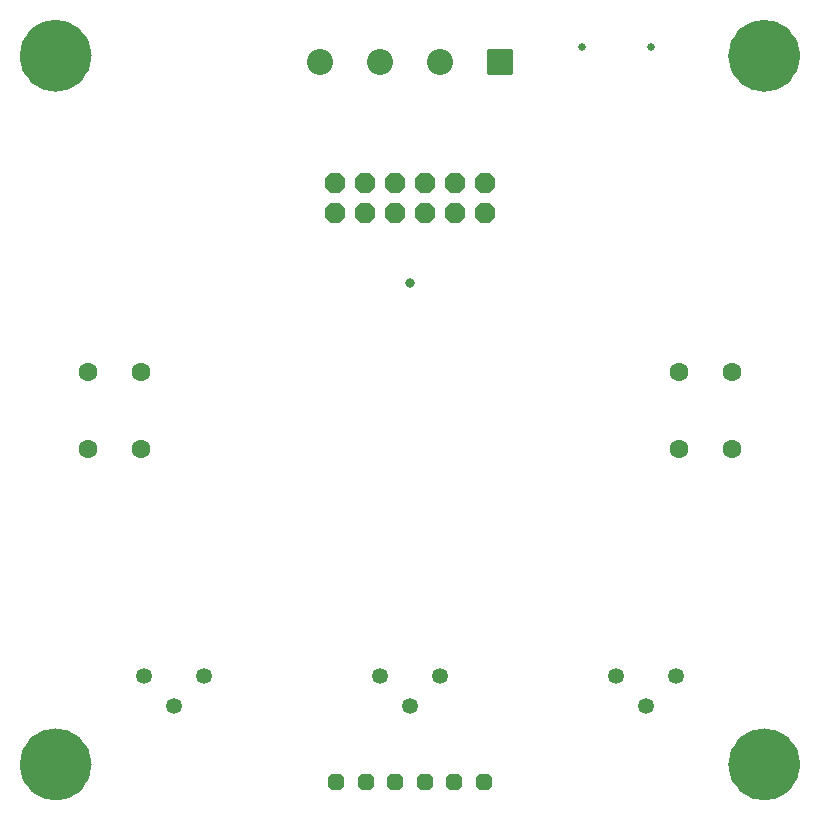
<source format=gbr>
%TF.GenerationSoftware,KiCad,Pcbnew,(6.0.7)*%
%TF.CreationDate,2022-09-30T16:31:06-06:00*%
%TF.ProjectId,SENSORY_BRIDGE,53454e53-4f52-4595-9f42-52494447452e,rev?*%
%TF.SameCoordinates,PX6c3e3acPY8584910*%
%TF.FileFunction,Soldermask,Bot*%
%TF.FilePolarity,Negative*%
%FSLAX46Y46*%
G04 Gerber Fmt 4.6, Leading zero omitted, Abs format (unit mm)*
G04 Created by KiCad (PCBNEW (6.0.7)) date 2022-09-30 16:31:06*
%MOMM*%
%LPD*%
G01*
G04 APERTURE LIST*
G04 Aperture macros list*
%AMRoundRect*
0 Rectangle with rounded corners*
0 $1 Rounding radius*
0 $2 $3 $4 $5 $6 $7 $8 $9 X,Y pos of 4 corners*
0 Add a 4 corners polygon primitive as box body*
4,1,4,$2,$3,$4,$5,$6,$7,$8,$9,$2,$3,0*
0 Add four circle primitives for the rounded corners*
1,1,$1+$1,$2,$3*
1,1,$1+$1,$4,$5*
1,1,$1+$1,$6,$7*
1,1,$1+$1,$8,$9*
0 Add four rect primitives between the rounded corners*
20,1,$1+$1,$2,$3,$4,$5,0*
20,1,$1+$1,$4,$5,$6,$7,0*
20,1,$1+$1,$6,$7,$8,$9,0*
20,1,$1+$1,$8,$9,$2,$3,0*%
%AMFreePoly0*
4,1,17,0.366121,0.696321,0.696321,0.366121,0.711200,0.330200,0.711200,-0.330200,0.696321,-0.366121,0.366121,-0.696321,0.330200,-0.711200,-0.330200,-0.711200,-0.366121,-0.696321,-0.696321,-0.366121,-0.711200,-0.330200,-0.711200,0.330200,-0.696321,0.366121,-0.366121,0.696321,-0.330200,0.711200,0.330200,0.711200,0.366121,0.696321,0.366121,0.696321,$1*%
%AMFreePoly1*
4,1,17,0.416921,0.797921,0.797921,0.416921,0.812800,0.381000,0.812800,-0.381000,0.797921,-0.416921,0.416921,-0.797921,0.381000,-0.812800,-0.381000,-0.812800,-0.416921,-0.797921,-0.797921,-0.416921,-0.812800,-0.381000,-0.812800,0.381000,-0.797921,0.416921,-0.416921,0.797921,-0.381000,0.812800,0.381000,0.812800,0.416921,0.797921,0.416921,0.797921,$1*%
G04 Aperture macros list end*
%ADD10C,3.050000*%
%ADD11C,3.050000*%
%ADD12C,0.650000*%
%ADD13C,0.801600*%
%ADD14C,1.351600*%
%ADD15C,1.599600*%
%ADD16FreePoly0,180.000000*%
%ADD17RoundRect,0.050800X1.050000X1.050000X-1.050000X1.050000X-1.050000X-1.050000X1.050000X-1.050000X0*%
%ADD18C,2.201600*%
%ADD19FreePoly1,180.000000*%
G04 APERTURE END LIST*
D10*
X6525000Y5000000D02*
G75*
G03*
X6525000Y5000000I-1525000J0D01*
G01*
X66525000Y65000000D02*
G75*
G03*
X66525000Y65000000I-1525000J0D01*
G01*
X6525000Y65000000D02*
G75*
G03*
X6525000Y65000000I-1525000J0D01*
G01*
X66525000Y5000000D02*
G75*
G03*
X66525000Y5000000I-1525000J0D01*
G01*
D11*
%TO.C,@HOLE2*%
X5000000Y5000000D03*
%TD*%
%TO.C,@HOLE1*%
X65000000Y65000000D03*
%TD*%
%TO.C,@HOLE3*%
X65000000Y5000000D03*
%TD*%
D12*
%TO.C,J1*%
X49610000Y65750000D03*
X55390000Y65750000D03*
%TD*%
D11*
%TO.C,@HOLE0*%
X5000000Y65000000D03*
%TD*%
D13*
%TO.C,U1*%
X35000000Y45762000D03*
%TD*%
D14*
%TO.C,R3*%
X17555000Y12470000D03*
X15015000Y9930000D03*
X12475000Y12470000D03*
%TD*%
%TO.C,R2*%
X37555000Y12470000D03*
X35015000Y9930000D03*
X32475000Y12470000D03*
%TD*%
D15*
%TO.C,SW2*%
X57750000Y38250000D03*
X57750000Y31750000D03*
X62250000Y38250000D03*
X62250000Y31750000D03*
%TD*%
D16*
%TO.C,LED1*%
X41270000Y3500000D03*
X38730000Y3500000D03*
%TD*%
%TO.C,LED2*%
X36270000Y3500000D03*
X33730000Y3500000D03*
%TD*%
D17*
%TO.C,J2*%
X42625000Y64500000D03*
D18*
X37545000Y64500000D03*
X32465000Y64500000D03*
X27385000Y64500000D03*
%TD*%
D19*
%TO.C,JP1*%
X41350000Y51730000D03*
X41350000Y54270000D03*
X38810000Y51730000D03*
X38810000Y54270000D03*
X36270000Y51730000D03*
X36270000Y54270000D03*
X33730000Y51730000D03*
X33730000Y54270000D03*
X31190000Y51730000D03*
X31190000Y54270000D03*
X28650000Y51730000D03*
X28650000Y54270000D03*
%TD*%
D14*
%TO.C,R1*%
X57555000Y12470000D03*
X55015000Y9930000D03*
X52475000Y12470000D03*
%TD*%
D16*
%TO.C,LED3*%
X31270000Y3500000D03*
X28730000Y3500000D03*
%TD*%
D15*
%TO.C,SW1*%
X12250000Y31750000D03*
X12250000Y38250000D03*
X7750000Y31750000D03*
X7750000Y38250000D03*
%TD*%
M02*

</source>
